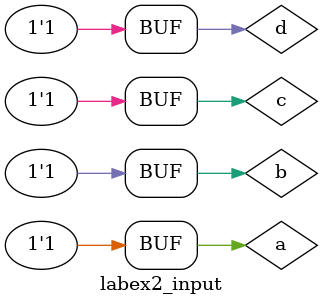
<source format=v>
`timescale 1ns/1ns
`include "labex2.v"

module labex2_input();
reg a,b,c,d;
wire f,g;

labex2 uut(a,b,c,d,f,g); 
initial begin

	$dumpfile("labex2_input.vcd");
	$dumpvars(0, labex2_input);

	a=0; b=0; c=0; d=0;
	#20;
	
	a=0; b=0; c=0; d=1;
	#20;
	
	a=0; b=0; c=1; d=0;
	#20;
	
	a=0; b=0; c=1; d=1;
	#20;
	
	a=0; b=1; c=0; d=0;
	#20;
	
	a=0; b=1; c=0; d=1;
	#20;
	
	a=0; b=1; c=1; d=0;
	#20;
	
	a=0; b=1; c=1; d=1;
	#20;
	
	a=1; b=0; c=0; d=0;
	#20;
	
	a=1; b=0; c=0; d=1;
	#20;
	
	a=1; b=0; c=1; d=0;
	#20;
	
	a=1; b=0; c=1; d=1;
	#20;
	
	a=1; b=1; c=0; d=0;
	#20;
	
	a=1; b=1; c=0; d=1;
	#20;
	
	a=1; b=1; c=1; d=0;
	#20;
	
	a=1; b=1; c=1; d=1;
	#20;	
	$display("Test complete");
	
end
endmodule

</source>
